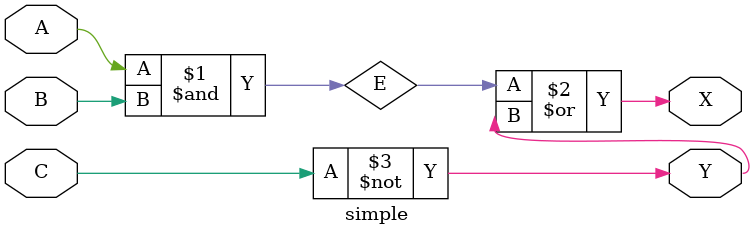
<source format=v>
module simple (A, B, C, X, Y);
  input wire A,B,C;
  output wire X,Y;

  wire E;

  and #2 g1(E,A,B);
  not #1 g2(Y,C);
  or  #2 g3(X,E,Y);

endmodule

</source>
